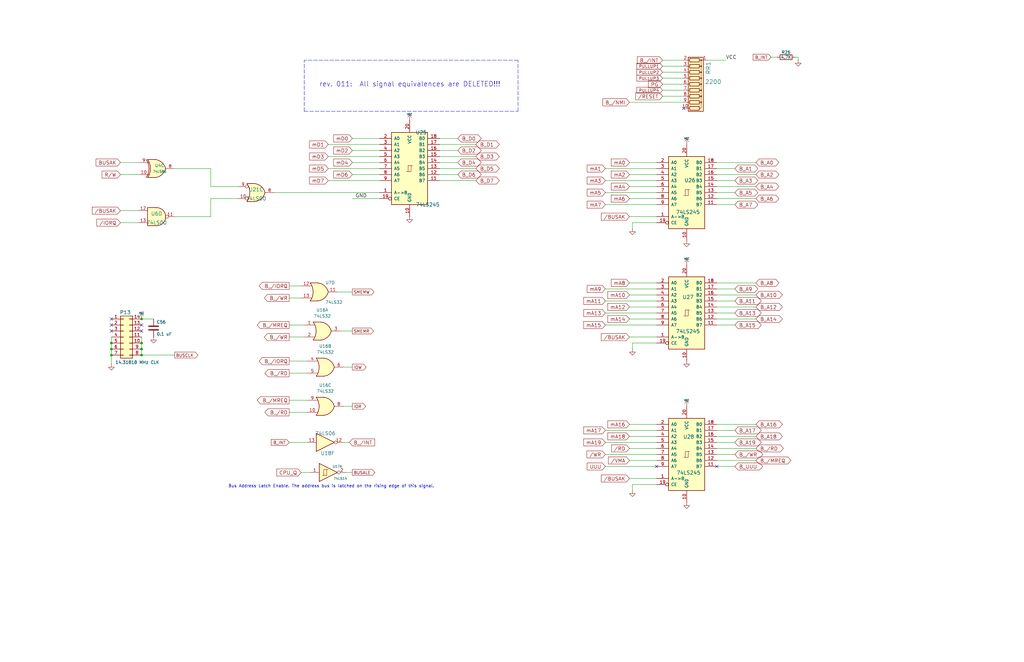
<source format=kicad_sch>
(kicad_sch (version 20231120) (generator "eeschema") (generator_version "8.0")
  (paper "B")
  (title_block (title "6809PC") (date "2025-01-21") (rev "001") (comment 1 "https://github.com/danwerner21/6809PC") (comment 2 "Based on work by Andrew Lynch and John Coffman"))
  (lib_symbols
    (symbol "74xx:74LS00" (pin_names (offset 1.016))
      (property "Reference" "U" (at 0 1.27 0))
      (property "Value" "74LS00" (at 0 -1.27 0))
      (symbol "74LS00_1_1"
        (pin input line (at -7.62 2.54 0) (length 3.81) (name "~") (number "1"))
        (pin input line (at -7.62 -2.54 0) (length 3.81) (name "~") (number "2"))
        (pin output inverted (at 7.62 0 180) (length 3.81) (name "~") (number "3"))
      )
      (symbol "74LS00_1_2"
        (pin input inverted (at -7.62 2.54 0) (length 4.318) (name "~") (number "1"))
        (pin input inverted (at -7.62 -2.54 0) (length 4.318) (name "~") (number "2"))
        (pin output line (at 7.62 0 180) (length 3.81) (name "~") (number "3"))
      )
      (symbol "74LS00_2_1"
        (pin input line (at -7.62 2.54 0) (length 3.81) (name "~") (number "4"))
        (pin input line (at -7.62 -2.54 0) (length 3.81) (name "~") (number "5"))
        (pin output inverted (at 7.62 0 180) (length 3.81) (name "~") (number "6"))
      )
      (symbol "74LS00_2_2"
        (pin input inverted (at -7.62 2.54 0) (length 4.318) (name "~") (number "4"))
        (pin input inverted (at -7.62 -2.54 0) (length 4.318) (name "~") (number "5"))
        (pin output line (at 7.62 0 180) (length 3.81) (name "~") (number "6"))
      )
      (symbol "74LS00_3_1"
        (pin input line (at -7.62 -2.54 0) (length 3.81) (name "~") (number "10"))
        (pin output inverted (at 7.62 0 180) (length 3.81) (name "~") (number "8"))
        (pin input line (at -7.62 2.54 0) (length 3.81) (name "~") (number "9"))
      )
      (symbol "74LS00_3_2"
        (pin input inverted (at -7.62 -2.54 0) (length 4.318) (name "~") (number "10"))
        (pin output line (at 7.62 0 180) (length 3.81) (name "~") (number "8"))
        (pin input inverted (at -7.62 2.54 0) (length 4.318) (name "~") (number "9"))
      )
      (symbol "74LS00_4_1"
        (pin output inverted (at 7.62 0 180) (length 3.81) (name "~") (number "11"))
        (pin input line (at -7.62 2.54 0) (length 3.81) (name "~") (number "12"))
        (pin input line (at -7.62 -2.54 0) (length 3.81) (name "~") (number "13"))
      )
      (symbol "74LS00_4_2"
        (pin output line (at 7.62 0 180) (length 3.81) (name "~") (number "11"))
        (pin input inverted (at -7.62 2.54 0) (length 4.318) (name "~") (number "12"))
        (pin input inverted (at -7.62 -2.54 0) (length 4.318) (name "~") (number "13"))
      )
      (symbol "74LS00_5_0"
        (pin power_in line (at 0 12.7 270) (length 5.08) (name "VCC") (number "14"))
        (pin power_in line (at 0 -12.7 90) (length 5.08) (name "GND") (number "7"))
      )
    )
    (symbol "74xx:74LS06" (pin_names (offset 1.016))
      (property "Reference" "U" (at 0 1.27 0))
      (property "Value" "74LS06" (at 0 -1.27 0))
      (symbol "74LS06_1_0"
        (pin input line (at -7.62 0 0) (length 3.81) (name "~") (number "1"))
        (pin open_collector inverted (at 7.62 0 180) (length 3.81) (name "~") (number "2"))
      )
      (symbol "74LS06_2_0"
        (pin input line (at -7.62 0 0) (length 3.81) (name "~") (number "3"))
        (pin open_collector inverted (at 7.62 0 180) (length 3.81) (name "~") (number "4"))
      )
      (symbol "74LS06_3_0"
        (pin input line (at -7.62 0 0) (length 3.81) (name "~") (number "5"))
        (pin open_collector inverted (at 7.62 0 180) (length 3.81) (name "~") (number "6"))
      )
      (symbol "74LS06_4_0"
        (pin open_collector inverted (at 7.62 0 180) (length 3.81) (name "~") (number "8"))
        (pin input line (at -7.62 0 0) (length 3.81) (name "~") (number "9"))
      )
      (symbol "74LS06_5_0"
        (pin open_collector inverted (at 7.62 0 180) (length 3.81) (name "~") (number "10"))
        (pin input line (at -7.62 0 0) (length 3.81) (name "~") (number "11"))
      )
      (symbol "74LS06_6_0"
        (pin open_collector inverted (at 7.62 0 180) (length 3.81) (name "~") (number "12"))
        (pin input line (at -7.62 0 0) (length 3.81) (name "~") (number "13"))
      )
      (symbol "74LS06_7_0"
        (pin power_in line (at 0 12.7 270) (length 5.08) (name "VCC") (number "14"))
        (pin power_in line (at 0 -12.7 90) (length 5.08) (name "GND") (number "7"))
      )
    )
    (symbol "74xx:74LS14" (pin_names (offset 1.016))
      (property "Reference" "U" (at 0 1.27 0))
      (property "Value" "74LS14" (at 0 -1.27 0))
      (symbol "74LS14_1_0"
        (pin input line (at -7.62 0 0) (length 3.81) (name "~") (number "1"))
        (pin output inverted (at 7.62 0 180) (length 3.81) (name "~") (number "2"))
      )
      (symbol "74LS14_2_0"
        (pin input line (at -7.62 0 0) (length 3.81) (name "~") (number "3"))
        (pin output inverted (at 7.62 0 180) (length 3.81) (name "~") (number "4"))
      )
      (symbol "74LS14_3_0"
        (pin input line (at -7.62 0 0) (length 3.81) (name "~") (number "5"))
        (pin output inverted (at 7.62 0 180) (length 3.81) (name "~") (number "6"))
      )
      (symbol "74LS14_4_0"
        (pin output inverted (at 7.62 0 180) (length 3.81) (name "~") (number "8"))
        (pin input line (at -7.62 0 0) (length 3.81) (name "~") (number "9"))
      )
      (symbol "74LS14_5_0"
        (pin output inverted (at 7.62 0 180) (length 3.81) (name "~") (number "10"))
        (pin input line (at -7.62 0 0) (length 3.81) (name "~") (number "11"))
      )
      (symbol "74LS14_6_0"
        (pin output inverted (at 7.62 0 180) (length 3.81) (name "~") (number "12"))
        (pin input line (at -7.62 0 0) (length 3.81) (name "~") (number "13"))
      )
      (symbol "74LS14_7_0"
        (pin power_in line (at 0 12.7 270) (length 5.08) (name "VCC") (number "14"))
        (pin power_in line (at 0 -12.7 90) (length 5.08) (name "GND") (number "7"))
      )
    )
    (symbol "74xx:74LS245" (pin_names (offset 1.016))
      (property "Reference" "U" (at -7.62 16.51 0))
      (property "Value" "74LS245" (at -7.62 -16.51 0))
      (symbol "74LS245_1_0"
        (pin input line (at -12.7 -10.16 0) (length 5.08) (name "A->B") (number "1"))
        (pin power_in line (at 0 -20.32 90) (length 5.08) (name "GND") (number "10"))
        (pin tri_state line (at 12.7 -5.08 180) (length 5.08) (name "B7") (number "11"))
        (pin tri_state line (at 12.7 -2.54 180) (length 5.08) (name "B6") (number "12"))
        (pin tri_state line (at 12.7 0 180) (length 5.08) (name "B5") (number "13"))
        (pin tri_state line (at 12.7 2.54 180) (length 5.08) (name "B4") (number "14"))
        (pin tri_state line (at 12.7 5.08 180) (length 5.08) (name "B3") (number "15"))
        (pin tri_state line (at 12.7 7.62 180) (length 5.08) (name "B2") (number "16"))
        (pin tri_state line (at 12.7 10.16 180) (length 5.08) (name "B1") (number "17"))
        (pin tri_state line (at 12.7 12.7 180) (length 5.08) (name "B0") (number "18"))
        (pin input inverted (at -12.7 -12.7 0) (length 5.08) (name "CE") (number "19"))
        (pin tri_state line (at -12.7 12.7 0) (length 5.08) (name "A0") (number "2"))
        (pin power_in line (at 0 20.32 270) (length 5.08) (name "VCC") (number "20"))
        (pin tri_state line (at -12.7 10.16 0) (length 5.08) (name "A1") (number "3"))
        (pin tri_state line (at -12.7 7.62 0) (length 5.08) (name "A2") (number "4"))
        (pin tri_state line (at -12.7 5.08 0) (length 5.08) (name "A3") (number "5"))
        (pin tri_state line (at -12.7 2.54 0) (length 5.08) (name "A4") (number "6"))
        (pin tri_state line (at -12.7 0 0) (length 5.08) (name "A5") (number "7"))
        (pin tri_state line (at -12.7 -2.54 0) (length 5.08) (name "A6") (number "8"))
        (pin tri_state line (at -12.7 -5.08 0) (length 5.08) (name "A7") (number "9"))
      )
    )
    (symbol "74xx:74LS32" (pin_names (offset 1.016))
      (property "Reference" "U" (at 0 1.27 0))
      (property "Value" "74LS32" (at 0 -1.27 0))
      (symbol "74LS32_1_1"
        (pin input line (at -7.62 2.54 0) (length 4.318) (name "~") (number "1"))
        (pin input line (at -7.62 -2.54 0) (length 4.318) (name "~") (number "2"))
        (pin output line (at 7.62 0 180) (length 3.81) (name "~") (number "3"))
      )
      (symbol "74LS32_1_2"
        (pin input inverted (at -7.62 2.54 0) (length 3.81) (name "~") (number "1"))
        (pin input inverted (at -7.62 -2.54 0) (length 3.81) (name "~") (number "2"))
        (pin output inverted (at 7.62 0 180) (length 3.81) (name "~") (number "3"))
      )
      (symbol "74LS32_2_1"
        (pin input line (at -7.62 2.54 0) (length 4.318) (name "~") (number "4"))
        (pin input line (at -7.62 -2.54 0) (length 4.318) (name "~") (number "5"))
        (pin output line (at 7.62 0 180) (length 3.81) (name "~") (number "6"))
      )
      (symbol "74LS32_2_2"
        (pin input inverted (at -7.62 2.54 0) (length 3.81) (name "~") (number "4"))
        (pin input inverted (at -7.62 -2.54 0) (length 3.81) (name "~") (number "5"))
        (pin output inverted (at 7.62 0 180) (length 3.81) (name "~") (number "6"))
      )
      (symbol "74LS32_3_1"
        (pin input line (at -7.62 -2.54 0) (length 4.318) (name "~") (number "10"))
        (pin output line (at 7.62 0 180) (length 3.81) (name "~") (number "8"))
        (pin input line (at -7.62 2.54 0) (length 4.318) (name "~") (number "9"))
      )
      (symbol "74LS32_3_2"
        (pin input inverted (at -7.62 -2.54 0) (length 3.81) (name "~") (number "10"))
        (pin output inverted (at 7.62 0 180) (length 3.81) (name "~") (number "8"))
        (pin input inverted (at -7.62 2.54 0) (length 3.81) (name "~") (number "9"))
      )
      (symbol "74LS32_4_1"
        (pin output line (at 7.62 0 180) (length 3.81) (name "~") (number "11"))
        (pin input line (at -7.62 2.54 0) (length 4.318) (name "~") (number "12"))
        (pin input line (at -7.62 -2.54 0) (length 4.318) (name "~") (number "13"))
      )
      (symbol "74LS32_4_2"
        (pin output inverted (at 7.62 0 180) (length 3.81) (name "~") (number "11"))
        (pin input inverted (at -7.62 2.54 0) (length 3.81) (name "~") (number "12"))
        (pin input inverted (at -7.62 -2.54 0) (length 3.81) (name "~") (number "13"))
      )
      (symbol "74LS32_5_0"
        (pin power_in line (at 0 12.7 270) (length 5.08) (name "VCC") (number "14"))
        (pin power_in line (at 0 -12.7 90) (length 5.08) (name "GND") (number "7"))
      )
    )
    (symbol "74xx:74LS86" (pin_names (offset 1.016))
      (property "Reference" "U" (at 0 1.27 0))
      (property "Value" "74LS86" (at 0 -1.27 0))
      (symbol "74LS86_1_0"
        (pin input line (at -7.62 2.54 0) (length 4.445) (name "~") (number "1"))
        (pin input line (at -7.62 -2.54 0) (length 4.445) (name "~") (number "2"))
        (pin output line (at 7.62 0 180) (length 3.81) (name "~") (number "3"))
      )
      (symbol "74LS86_2_0"
        (pin input line (at -7.62 2.54 0) (length 4.445) (name "~") (number "4"))
        (pin input line (at -7.62 -2.54 0) (length 4.445) (name "~") (number "5"))
        (pin output line (at 7.62 0 180) (length 3.81) (name "~") (number "6"))
      )
      (symbol "74LS86_3_0"
        (pin input line (at -7.62 -2.54 0) (length 4.445) (name "~") (number "10"))
        (pin output line (at 7.62 0 180) (length 3.81) (name "~") (number "8"))
        (pin input line (at -7.62 2.54 0) (length 4.445) (name "~") (number "9"))
      )
      (symbol "74LS86_4_0"
        (pin output line (at 7.62 0 180) (length 3.81) (name "~") (number "11"))
        (pin input line (at -7.62 2.54 0) (length 4.445) (name "~") (number "12"))
        (pin input line (at -7.62 -2.54 0) (length 4.445) (name "~") (number "13"))
      )
      (symbol "74LS86_5_0"
        (pin power_in line (at 0 12.7 270) (length 5.08) (name "VCC") (number "14"))
        (pin power_in line (at 0 -12.7 90) (length 5.08) (name "GND") (number "7"))
      )
    )
    (symbol "Custom:CLK"
      (property "Reference" "U" (at 0 0 0))
      (symbol "CLK_1_1"
        (pin passive line (at -6.35 -2.54 0) (length 3.81) (name "") (number "1"))
        (pin passive line (at 6.35 -12.7 180) (length 3.81) (name "") (number "10"))
        (pin passive line (at 6.35 -10.16 180) (length 3.81) (name "") (number "11"))
        (pin passive line (at 6.35 -7.62 180) (length 3.81) (name "") (number "12"))
        (pin passive line (at 6.35 -5.08 180) (length 3.81) (name "") (number "13"))
        (pin passive line (at 6.35 -2.54 180) (length 3.81) (name "") (number "14"))
        (pin passive line (at -6.35 -5.08 0) (length 3.81) (name "") (number "2"))
        (pin passive line (at -6.35 -7.62 0) (length 3.81) (name "") (number "3"))
        (pin passive line (at -6.35 -10.16 0) (length 3.81) (name "") (number "4"))
        (pin passive line (at -6.35 -12.7 0) (length 3.81) (name "") (number "5"))
        (pin passive line (at -6.35 -15.24 0) (length 3.81) (name "") (number "6"))
        (pin passive line (at -6.35 -17.78 0) (length 3.81) (name "") (number "7"))
        (pin passive line (at 6.35 -17.78 180) (length 3.81) (name "") (number "8"))
        (pin passive line (at 6.35 -15.24 180) (length 3.81) (name "") (number "9"))
      )
    )
    (symbol "Device:C" (pin_numbers hide) (pin_names (offset 0.254))
      (property "Reference" "C" (at 0.635 2.54 0))
      (property "Value" "C" (at 0.635 -2.54 0))
      (symbol "C_1_1"
        (pin passive line (at 0 3.81 270) (length 2.794) (name "~") (number "1"))
        (pin passive line (at 0 -3.81 90) (length 2.794) (name "~") (number "2"))
      )
    )
    (symbol "Device:R" (pin_numbers hide) (pin_names (offset 0))
      (property "Reference" "R" (at 2.032 0 90))
      (property "Value" "R" (at 0 0 90))
      (symbol "R_1_1"
        (pin passive line (at 0 3.81 270) (length 1.27) (name "~") (number "1"))
        (pin passive line (at 0 -3.81 90) (length 1.27) (name "~") (number "2"))
      )
    )
    (symbol "Device:R_Network09" (pin_names (offset 0) hide)
      (property "Reference" "RN" (at -12.7 0 90))
      (property "Value" "R_Network09" (at 12.7 0 90))
      (symbol "R_Network09_1_1"
        (pin passive line (at -10.16 5.08 270) (length 2.54) (name "common") (number "1"))
        (pin passive line (at 10.16 -5.08 90) (length 1.27) (name "R9") (number "10"))
        (pin passive line (at -10.16 -5.08 90) (length 1.27) (name "R1") (number "2"))
        (pin passive line (at -7.62 -5.08 90) (length 1.27) (name "R2") (number "3"))
        (pin passive line (at -5.08 -5.08 90) (length 1.27) (name "R3") (number "4"))
        (pin passive line (at -2.54 -5.08 90) (length 1.27) (name "R4") (number "5"))
        (pin passive line (at 0 -5.08 90) (length 1.27) (name "R5") (number "6"))
        (pin passive line (at 2.54 -5.08 90) (length 1.27) (name "R6") (number "7"))
        (pin passive line (at 5.08 -5.08 90) (length 1.27) (name "R7") (number "8"))
        (pin passive line (at 7.62 -5.08 90) (length 1.27) (name "R8") (number "9"))
      )
    )
    (symbol "power:GND" (power) (pin_numbers hide) (pin_names (offset 0) hide)
      (property "Value" "GND" (at 0 -3.81 0))
      (symbol "GND_1_1"
        (pin power_in line (at 0 0 270) (length 0) (name "~") (number "1"))
      )
    )
    (symbol "power:VCC" (power) (pin_numbers hide) (pin_names (offset 0) hide)
      (property "Value" "VCC" (at 0 3.556 0))
      (symbol "VCC_1_1"
        (pin power_in line (at 0 0 90) (length 0) (name "~") (number "1"))
      )
    )
  )
  (junction (at 46.99 144.78))
  (junction (at 59.69 149.86))
  (junction (at 59.69 144.78))
  (junction (at 46.99 147.32))
  (junction (at 59.69 134.62))
  (junction (at 59.69 147.32))
  (junction (at 46.99 149.86))
  (no_connect (at 46.99 134.62))
  (no_connect (at 59.69 137.16))
  (no_connect (at 302.26 196.85))
  (no_connect (at 59.69 139.7))
  (no_connect (at 46.99 137.16))
  (no_connect (at 276.86 196.85))
  (no_connect (at 288.29 45.72))
  (no_connect (at 46.99 139.7))
  (wire (pts (xy 50.8 93.98) (xy 58.42 93.98)))
  (wire (pts (xy 265.43 189.23) (xy 276.86 189.23)))
  (polyline (pts (xy 218.44 46.99) (xy 218.44 25.4)) (stroke (width 0) (type dash)))
  (wire (pts (xy 336.55 25.4) (xy 336.55 24.13)))
  (wire (pts (xy 309.88 81.28) (xy 302.26 81.28)))
  (wire (pts (xy 255.27 191.77) (xy 276.86 191.77)))
  (wire (pts (xy 302.26 73.66) (xy 318.77 73.66)))
  (wire (pts (xy 160.02 73.66) (xy 148.59 73.66)))
  (wire (pts (xy 265.43 179.07) (xy 276.86 179.07)))
  (wire (pts (xy 160.02 71.12) (xy 138.43 71.12)))
  (wire (pts (xy 121.92 120.65) (xy 127 120.65)))
  (wire (pts (xy 276.86 144.78) (xy 266.7 144.78)))
  (wire (pts (xy 302.26 191.77) (xy 309.88 191.77)))
  (wire (pts (xy 121.92 186.69) (xy 129.54 186.69)))
  (wire (pts (xy 265.43 83.82) (xy 276.86 83.82)))
  (wire (pts (xy 265.43 68.58) (xy 276.86 68.58)))
  (wire (pts (xy 255.27 127) (xy 276.86 127)))
  (wire (pts (xy 46.99 142.24) (xy 46.99 144.78)))
  (wire (pts (xy 302.26 68.58) (xy 318.77 68.58)))
  (wire (pts (xy 50.8 68.58) (xy 58.42 68.58)))
  (wire (pts (xy 318.77 83.82) (xy 302.26 83.82)))
  (wire (pts (xy 336.55 24.13) (xy 335.28 24.13)))
  (wire (pts (xy 255.27 196.85) (xy 276.86 196.85)))
  (wire (pts (xy 88.9 78.74) (xy 88.9 71.12)))
  (wire (pts (xy 144.78 154.94) (xy 148.59 154.94)))
  (wire (pts (xy 185.42 63.5) (xy 193.04 63.5)))
  (wire (pts (xy 255.27 137.16) (xy 276.86 137.16)))
  (wire (pts (xy 255.27 71.12) (xy 276.86 71.12)))
  (wire (pts (xy 302.26 181.61) (xy 309.88 181.61)))
  (wire (pts (xy 160.02 58.42) (xy 148.59 58.42)))
  (wire (pts (xy 318.77 129.54) (xy 302.26 129.54)))
  (wire (pts (xy 127 199.39) (xy 130.81 199.39)))
  (wire (pts (xy 121.92 173.99) (xy 129.54 173.99)))
  (wire (pts (xy 255.27 181.61) (xy 276.86 181.61)))
  (wire (pts (xy 266.7 204.47) (xy 276.86 204.47)))
  (wire (pts (xy 160.02 76.2) (xy 138.43 76.2)))
  (wire (pts (xy 279.4 33.02) (xy 288.29 33.02)))
  (wire (pts (xy 193.04 58.42) (xy 185.42 58.42)))
  (wire (pts (xy 302.26 127) (xy 309.88 127)))
  (wire (pts (xy 279.4 40.64) (xy 288.29 40.64)))
  (wire (pts (xy 255.27 86.36) (xy 276.86 86.36)))
  (wire (pts (xy 265.43 194.31) (xy 276.86 194.31)))
  (wire (pts (xy 147.32 186.69) (xy 144.78 186.69)))
  (wire (pts (xy 121.92 157.48) (xy 129.54 157.48)))
  (wire (pts (xy 325.12 24.13) (xy 327.66 24.13)))
  (wire (pts (xy 265.43 124.46) (xy 276.86 124.46)))
  (wire (pts (xy 279.4 38.1) (xy 288.29 38.1)))
  (wire (pts (xy 200.66 66.04) (xy 185.42 66.04)))
  (wire (pts (xy 288.29 35.56) (xy 279.4 35.56)))
  (wire (pts (xy 46.99 144.78) (xy 46.99 147.32)))
  (wire (pts (xy 279.4 25.4) (xy 288.29 25.4)))
  (wire (pts (xy 265.43 78.74) (xy 276.86 78.74)))
  (wire (pts (xy 302.26 124.46) (xy 318.77 124.46)))
  (wire (pts (xy 318.77 179.07) (xy 302.26 179.07)))
  (wire (pts (xy 265.43 134.62) (xy 276.86 134.62)))
  (wire (pts (xy 88.9 91.44) (xy 88.9 83.82)))
  (wire (pts (xy 255.27 76.2) (xy 276.86 76.2)))
  (wire (pts (xy 200.66 76.2) (xy 185.42 76.2)))
  (wire (pts (xy 255.27 186.69) (xy 276.86 186.69)))
  (wire (pts (xy 160.02 68.58) (xy 148.59 68.58)))
  (wire (pts (xy 265.43 129.54) (xy 276.86 129.54)))
  (wire (pts (xy 255.27 121.92) (xy 276.86 121.92)))
  (wire (pts (xy 193.04 73.66) (xy 185.42 73.66)))
  (wire (pts (xy 193.04 68.58) (xy 185.42 68.58)))
  (wire (pts (xy 255.27 81.28) (xy 276.86 81.28)))
  (wire (pts (xy 46.99 149.86) (xy 46.99 153.67)))
  (wire (pts (xy 309.88 76.2) (xy 302.26 76.2)))
  (wire (pts (xy 148.59 83.82) (xy 160.02 83.82)))
  (wire (pts (xy 144.78 171.45) (xy 148.59 171.45)))
  (wire (pts (xy 121.92 137.16) (xy 128.27 137.16)))
  (wire (pts (xy 121.92 168.91) (xy 129.54 168.91)))
  (polyline (pts (xy 128.27 46.99) (xy 128.27 25.4)) (stroke (width 0) (type dash)))
  (polyline (pts (xy 128.27 46.99) (xy 218.44 46.99)) (stroke (width 0) (type dash)))
  (wire (pts (xy 64.77 134.62) (xy 59.69 134.62)))
  (wire (pts (xy 88.9 83.82) (xy 100.33 83.82)))
  (wire (pts (xy 121.92 152.4) (xy 129.54 152.4)))
  (wire (pts (xy 318.77 189.23) (xy 302.26 189.23)))
  (wire (pts (xy 265.43 43.18) (xy 288.29 43.18)))
  (wire (pts (xy 73.66 91.44) (xy 88.9 91.44)))
  (wire (pts (xy 200.66 60.96) (xy 185.42 60.96)))
  (wire (pts (xy 302.26 134.62) (xy 318.77 134.62)))
  (wire (pts (xy 73.66 71.12) (xy 88.9 71.12)))
  (wire (pts (xy 318.77 119.38) (xy 302.26 119.38)))
  (wire (pts (xy 309.88 186.69) (xy 302.26 186.69)))
  (wire (pts (xy 309.88 137.16) (xy 302.26 137.16)))
  (wire (pts (xy 59.69 149.86) (xy 73.66 149.86)))
  (wire (pts (xy 160.02 60.96) (xy 138.43 60.96)))
  (wire (pts (xy 279.4 27.94) (xy 288.29 27.94)))
  (wire (pts (xy 302.26 194.31) (xy 318.77 194.31)))
  (wire (pts (xy 279.4 30.48) (xy 288.29 30.48)))
  (wire (pts (xy 265.43 73.66) (xy 276.86 73.66)))
  (wire (pts (xy 88.9 78.74) (xy 100.33 78.74)))
  (wire (pts (xy 121.92 142.24) (xy 128.27 142.24)))
  (wire (pts (xy 59.69 144.78) (xy 59.69 147.32)))
  (wire (pts (xy 50.8 73.66) (xy 58.42 73.66)))
  (wire (pts (xy 309.88 71.12) (xy 302.26 71.12)))
  (wire (pts (xy 302.26 86.36) (xy 309.88 86.36)))
  (polyline (pts (xy 218.44 25.4) (xy 128.27 25.4)) (stroke (width 0) (type dash)))
  (wire (pts (xy 318.77 78.74) (xy 302.26 78.74)))
  (wire (pts (xy 265.43 119.38) (xy 276.86 119.38)))
  (wire (pts (xy 255.27 132.08) (xy 276.86 132.08)))
  (wire (pts (xy 266.7 144.78) (xy 266.7 147.32)))
  (wire (pts (xy 266.7 207.01) (xy 266.7 204.47)))
  (wire (pts (xy 266.7 96.52) (xy 266.7 93.98)))
  (wire (pts (xy 266.7 93.98) (xy 276.86 93.98)))
  (wire (pts (xy 142.24 123.19) (xy 148.59 123.19)))
  (wire (pts (xy 309.88 121.92) (xy 302.26 121.92)))
  (wire (pts (xy 302.26 132.08) (xy 309.88 132.08)))
  (wire (pts (xy 309.88 196.85) (xy 302.26 196.85)))
  (wire (pts (xy 302.26 184.15) (xy 318.77 184.15)))
  (wire (pts (xy 276.86 142.24) (xy 265.43 142.24)))
  (wire (pts (xy 185.42 71.12) (xy 200.66 71.12)))
  (wire (pts (xy 115.57 81.28) (xy 160.02 81.28)))
  (wire (pts (xy 143.51 139.7) (xy 148.59 139.7)))
  (wire (pts (xy 306.07 25.4) (xy 298.45 25.4)))
  (wire (pts (xy 160.02 63.5) (xy 148.59 63.5)))
  (wire (pts (xy 59.69 142.24) (xy 59.69 144.78)))
  (wire (pts (xy 46.99 147.32) (xy 46.99 149.86)))
  (wire (pts (xy 121.92 125.73) (xy 127 125.73)))
  (wire (pts (xy 160.02 66.04) (xy 138.43 66.04)))
  (wire (pts (xy 265.43 184.15) (xy 276.86 184.15)))
  (wire (pts (xy 59.69 147.32) (xy 59.69 149.86)))
  (wire (pts (xy 276.86 91.44) (xy 265.43 91.44)))
  (wire (pts (xy 50.8 88.9) (xy 58.42 88.9)))
  (wire (pts (xy 276.86 201.93) (xy 265.43 201.93)))
  (wire (pts (xy 146.05 199.39) (xy 148.59 199.39)))
  (text "rev. 011:  All signal equivalences are DELETED!!!" (at 134.62 36.83 0) (effects (font (size 2.032 2.032)) (justify left bottom)))
  (text "Bus Address Latch Enable. The address bus is latched on the rising edge of this signal." (at 139.7 205.232 0) (effects (font (size 1.27 1.27))))
  (label "GND" (at 149.86 83.82 0) (effects (font (size 1.524 1.524))))
  (label "VCC" (at 306.07 25.4 0) (effects (font (size 1.524 1.524))))
  (global_label "B_/WR" (shape output) (at 121.92 125.73 180) (effects (font (size 1.524 1.524))) (property "Intersheetrefs" "${INTERSHEET_REFS}" (effects (hide yes))))
  (global_label "mA15" (shape input) (at 255.27 137.16 180) (effects (font (size 1.524 1.524))) (property "Intersheetrefs" "${INTERSHEET_REFS}" (effects (hide yes))))
  (global_label "mD6" (shape input) (at 148.59 73.66 180) (effects (font (size 1.524 1.524))) (property "Intersheetrefs" "${INTERSHEET_REFS}" (effects (hide yes))))
  (global_label "/BUSAK" (shape input) (at 265.43 142.24 180) (effects (font (size 1.524 1.524))) (property "Intersheetrefs" "${INTERSHEET_REFS}" (effects (hide yes))))
  (global_label "mA5" (shape input) (at 255.27 81.28 180) (effects (font (size 1.524 1.524))) (property "Intersheetrefs" "${INTERSHEET_REFS}" (effects (hide yes))))
  (global_label "B_A17" (shape tri_state) (at 309.88 181.61 0) (effects (font (size 1.524 1.524))) (property "Intersheetrefs" "${INTERSHEET_REFS}" (effects (hide yes))))
  (global_label "mA9" (shape input) (at 255.27 121.92 180) (effects (font (size 1.524 1.524))) (property "Intersheetrefs" "${INTERSHEET_REFS}" (effects (hide yes))))
  (global_label "B_D3" (shape bidirectional) (at 200.66 66.04 0) (effects (font (size 1.524 1.524))) (property "Intersheetrefs" "${INTERSHEET_REFS}" (effects (hide yes))))
  (global_label "/RESET" (shape input) (at 279.4 40.64 180) (effects (font (size 1.524 1.524))) (property "Intersheetrefs" "${INTERSHEET_REFS}" (effects (hide yes))))
  (global_label "B_A19" (shape tri_state) (at 309.88 186.69 0) (effects (font (size 1.524 1.524))) (property "Intersheetrefs" "${INTERSHEET_REFS}" (effects (hide yes))))
  (global_label "B_INT" (shape input) (at 121.92 186.69 180) (property "Intersheetrefs" "${INTERSHEET_REFS}" (effects (hide yes))))
  (global_label "mD0" (shape input) (at 148.59 58.42 180) (effects (font (size 1.524 1.524))) (property "Intersheetrefs" "${INTERSHEET_REFS}" (effects (hide yes))))
  (global_label "R/W" (shape input) (at 50.8 73.66 180) (effects (font (size 1.524 1.524))) (property "Intersheetrefs" "${INTERSHEET_REFS}" (effects (hide yes))))
  (global_label "/BUSAK" (shape input) (at 265.43 201.93 180) (effects (font (size 1.524 1.524))) (property "Intersheetrefs" "${INTERSHEET_REFS}" (effects (hide yes))))
  (global_label "B_D5" (shape bidirectional) (at 200.66 71.12 0) (effects (font (size 1.524 1.524))) (property "Intersheetrefs" "${INTERSHEET_REFS}" (effects (hide yes))))
  (global_label "B_A12" (shape tri_state) (at 318.77 129.54 0) (effects (font (size 1.524 1.524))) (property "Intersheetrefs" "${INTERSHEET_REFS}" (effects (hide yes))))
  (global_label "CPU_Q" (shape input) (at 127 199.39 180) (effects (font (size 1.524 1.524))) (property "Intersheetrefs" "${INTERSHEET_REFS}" (effects (hide yes))))
  (global_label "BUSAK" (shape input) (at 50.8 68.58 180) (effects (font (size 1.524 1.524))) (property "Intersheetrefs" "${INTERSHEET_REFS}" (effects (hide yes))))
  (global_label "B_/INT" (shape input) (at 279.4 25.4 180) (effects (font (size 1.524 1.524))) (property "Intersheetrefs" "${INTERSHEET_REFS}" (effects (hide yes))))
  (global_label "mA8" (shape input) (at 265.43 119.38 180) (effects (font (size 1.524 1.524))) (property "Intersheetrefs" "${INTERSHEET_REFS}" (effects (hide yes))))
  (global_label "B_A10" (shape tri_state) (at 318.77 124.46 0) (effects (font (size 1.524 1.524))) (property "Intersheetrefs" "${INTERSHEET_REFS}" (effects (hide yes))))
  (global_label "B_A1" (shape bidirectional) (at 309.88 71.12 0) (effects (font (size 1.524 1.524))) (property "Intersheetrefs" "${INTERSHEET_REFS}" (effects (hide yes))))
  (global_label "mA17" (shape input) (at 255.27 181.61 180) (effects (font (size 1.524 1.524))) (property "Intersheetrefs" "${INTERSHEET_REFS}" (effects (hide yes))))
  (global_label "B_/RD" (shape tri_state) (at 318.77 189.23 0) (effects (font (size 1.524 1.524))) (property "Intersheetrefs" "${INTERSHEET_REFS}" (effects (hide yes))))
  (global_label "mD3" (shape input) (at 138.43 66.04 180) (effects (font (size 1.524 1.524))) (property "Intersheetrefs" "${INTERSHEET_REFS}" (effects (hide yes))))
  (global_label "PULLUP4" (shape input) (at 279.4 38.1 180) (property "Intersheetrefs" "${INTERSHEET_REFS}" (effects (hide yes))))
  (global_label "B_A15" (shape tri_state) (at 309.88 137.16 0) (effects (font (size 1.524 1.524))) (property "Intersheetrefs" "${INTERSHEET_REFS}" (effects (hide yes))))
  (global_label "B_D4" (shape bidirectional) (at 193.04 68.58 0) (effects (font (size 1.524 1.524))) (property "Intersheetrefs" "${INTERSHEET_REFS}" (effects (hide yes))))
  (global_label "mA18" (shape input) (at 265.43 184.15 180) (effects (font (size 1.524 1.524))) (property "Intersheetrefs" "${INTERSHEET_REFS}" (effects (hide yes))))
  (global_label "mA11" (shape input) (at 255.27 127 180) (effects (font (size 1.524 1.524))) (property "Intersheetrefs" "${INTERSHEET_REFS}" (effects (hide yes))))
  (global_label "SMEMR" (shape output) (at 148.59 139.7 0) (property "Intersheetrefs" "${INTERSHEET_REFS}" (effects (hide yes))))
  (global_label "UUU" (shape input) (at 255.27 196.85 180) (effects (font (size 1.524 1.524))) (property "Intersheetrefs" "${INTERSHEET_REFS}" (effects (hide yes))))
  (global_label "B_INT" (shape input) (at 325.12 24.13 180) (property "Intersheetrefs" "${INTERSHEET_REFS}" (effects (hide yes))))
  (global_label "B_A8" (shape bidirectional) (at 318.77 119.38 0) (effects (font (size 1.524 1.524))) (property "Intersheetrefs" "${INTERSHEET_REFS}" (effects (hide yes))))
  (global_label "B_A4" (shape bidirectional) (at 318.77 78.74 0) (effects (font (size 1.524 1.524))) (property "Intersheetrefs" "${INTERSHEET_REFS}" (effects (hide yes))))
  (global_label "B_/WR" (shape output) (at 121.92 142.24 180) (effects (font (size 1.524 1.524))) (property "Intersheetrefs" "${INTERSHEET_REFS}" (effects (hide yes))))
  (global_label "mD5" (shape input) (at 138.43 71.12 180) (effects (font (size 1.524 1.524))) (property "Intersheetrefs" "${INTERSHEET_REFS}" (effects (hide yes))))
  (global_label "mD1" (shape input) (at 138.43 60.96 180) (effects (font (size 1.524 1.524))) (property "Intersheetrefs" "${INTERSHEET_REFS}" (effects (hide yes))))
  (global_label "mA6" (shape input) (at 265.43 83.82 180) (effects (font (size 1.524 1.524))) (property "Intersheetrefs" "${INTERSHEET_REFS}" (effects (hide yes))))
  (global_label "B_A3" (shape bidirectional) (at 309.88 76.2 0) (effects (font (size 1.524 1.524))) (property "Intersheetrefs" "${INTERSHEET_REFS}" (effects (hide yes))))
  (global_label "SMEMW" (shape output) (at 148.59 123.19 0) (property "Intersheetrefs" "${INTERSHEET_REFS}" (effects (hide yes))))
  (global_label "/IORQ" (shape input) (at 50.8 93.98 180) (effects (font (size 1.524 1.524))) (property "Intersheetrefs" "${INTERSHEET_REFS}" (effects (hide yes))))
  (global_label "B_/WR" (shape tri_state) (at 309.88 191.77 0) (effects (font (size 1.524 1.524))) (property "Intersheetrefs" "${INTERSHEET_REFS}" (effects (hide yes))))
  (global_label "B_/INT" (shape input) (at 147.32 186.69 0) (effects (font (size 1.524 1.524))) (property "Intersheetrefs" "${INTERSHEET_REFS}" (effects (hide yes))))
  (global_label "mA10" (shape input) (at 265.43 124.46 180) (effects (font (size 1.524 1.524))) (property "Intersheetrefs" "${INTERSHEET_REFS}" (effects (hide yes))))
  (global_label "B_D7" (shape bidirectional) (at 200.66 76.2 0) (effects (font (size 1.524 1.524))) (property "Intersheetrefs" "${INTERSHEET_REFS}" (effects (hide yes))))
  (global_label "BUSALE" (shape output) (at 148.59 199.39 0) (property "Intersheetrefs" "${INTERSHEET_REFS}" (effects (hide yes))))
  (global_label "B_D6" (shape bidirectional) (at 193.04 73.66 0) (effects (font (size 1.524 1.524))) (property "Intersheetrefs" "${INTERSHEET_REFS}" (effects (hide yes))))
  (global_label "mD4" (shape input) (at 148.59 68.58 180) (effects (font (size 1.524 1.524))) (property "Intersheetrefs" "${INTERSHEET_REFS}" (effects (hide yes))))
  (global_label "IOW" (shape output) (at 148.59 154.94 0) (property "Intersheetrefs" "${INTERSHEET_REFS}" (effects (hide yes))))
  (global_label "B_/MREQ" (shape tri_state) (at 318.77 194.31 0) (effects (font (size 1.524 1.524))) (property "Intersheetrefs" "${INTERSHEET_REFS}" (effects (hide yes))))
  (global_label "/WR" (shape input) (at 255.27 191.77 180) (effects (font (size 1.524 1.524))) (property "Intersheetrefs" "${INTERSHEET_REFS}" (effects (hide yes))))
  (global_label "mA4" (shape input) (at 265.43 78.74 180) (effects (font (size 1.524 1.524))) (property "Intersheetrefs" "${INTERSHEET_REFS}" (effects (hide yes))))
  (global_label "B_D1" (shape bidirectional) (at 200.66 60.96 0) (effects (font (size 1.524 1.524))) (property "Intersheetrefs" "${INTERSHEET_REFS}" (effects (hide yes))))
  (global_label "B_/IORQ" (shape output) (at 121.92 152.4 180) (effects (font (size 1.524 1.524))) (property "Intersheetrefs" "${INTERSHEET_REFS}" (effects (hide yes))))
  (global_label "mA14" (shape input) (at 265.43 134.62 180) (effects (font (size 1.524 1.524))) (property "Intersheetrefs" "${INTERSHEET_REFS}" (effects (hide yes))))
  (global_label "PULLUP3" (shape input) (at 279.4 33.02 180) (property "Intersheetrefs" "${INTERSHEET_REFS}" (effects (hide yes))))
  (global_label "B_/RD" (shape output) (at 121.92 157.48 180) (effects (font (size 1.524 1.524))) (property "Intersheetrefs" "${INTERSHEET_REFS}" (effects (hide yes))))
  (global_label "B_/NMI" (shape input) (at 265.43 43.18 180) (effects (font (size 1.524 1.524))) (property "Intersheetrefs" "${INTERSHEET_REFS}" (effects (hide yes))))
  (global_label "B_/MREQ" (shape output) (at 121.92 168.91 180) (effects (font (size 1.524 1.524))) (property "Intersheetrefs" "${INTERSHEET_REFS}" (effects (hide yes))))
  (global_label "PULLUP1" (shape input) (at 279.4 27.94 180) (property "Intersheetrefs" "${INTERSHEET_REFS}" (effects (hide yes))))
  (global_label "B_A11" (shape tri_state) (at 309.88 127 0) (effects (font (size 1.524 1.524))) (property "Intersheetrefs" "${INTERSHEET_REFS}" (effects (hide yes))))
  (global_label "B_A5" (shape bidirectional) (at 309.88 81.28 0) (effects (font (size 1.524 1.524))) (property "Intersheetrefs" "${INTERSHEET_REFS}" (effects (hide yes))))
  (global_label "mA1" (shape input) (at 255.27 71.12 180) (effects (font (size 1.524 1.524))) (property "Intersheetrefs" "${INTERSHEET_REFS}" (effects (hide yes))))
  (global_label "/BUSAK" (shape input) (at 265.43 91.44 180) (effects (font (size 1.524 1.524))) (property "Intersheetrefs" "${INTERSHEET_REFS}" (effects (hide yes))))
  (global_label "mA0" (shape input) (at 265.43 68.58 180) (effects (font (size 1.524 1.524))) (property "Intersheetrefs" "${INTERSHEET_REFS}" (effects (hide yes))))
  (global_label "B_/RD" (shape output) (at 121.92 173.99 180) (effects (font (size 1.524 1.524))) (property "Intersheetrefs" "${INTERSHEET_REFS}" (effects (hide yes))))
  (global_label "B_A9" (shape tri_state) (at 309.88 121.92 0) (effects (font (size 1.524 1.524))) (property "Intersheetrefs" "${INTERSHEET_REFS}" (effects (hide yes))))
  (global_label "B_A14" (shape tri_state) (at 318.77 134.62 0) (effects (font (size 1.524 1.524))) (property "Intersheetrefs" "${INTERSHEET_REFS}" (effects (hide yes))))
  (global_label "mD7" (shape input) (at 138.43 76.2 180) (effects (font (size 1.524 1.524))) (property "Intersheetrefs" "${INTERSHEET_REFS}" (effects (hide yes))))
  (global_label "mA2" (shape input) (at 265.43 73.66 180) (effects (font (size 1.524 1.524))) (property "Intersheetrefs" "${INTERSHEET_REFS}" (effects (hide yes))))
  (global_label "/BUSAK" (shape input) (at 50.8 88.9 180) (effects (font (size 1.524 1.524))) (property "Intersheetrefs" "${INTERSHEET_REFS}" (effects (hide yes))))
  (global_label "B_A18" (shape tri_state) (at 318.77 184.15 0) (effects (font (size 1.524 1.524))) (property "Intersheetrefs" "${INTERSHEET_REFS}" (effects (hide yes))))
  (global_label "BUSCLK" (shape output) (at 73.66 149.86 0) (property "Intersheetrefs" "${INTERSHEET_REFS}" (effects (hide yes))))
  (global_label "B_A7" (shape bidirectional) (at 309.88 86.36 0) (effects (font (size 1.524 1.524))) (property "Intersheetrefs" "${INTERSHEET_REFS}" (effects (hide yes))))
  (global_label "B_A2" (shape bidirectional) (at 318.77 73.66 0) (effects (font (size 1.524 1.524))) (property "Intersheetrefs" "${INTERSHEET_REFS}" (effects (hide yes))))
  (global_label "mA12" (shape input) (at 265.43 129.54 180) (effects (font (size 1.524 1.524))) (property "Intersheetrefs" "${INTERSHEET_REFS}" (effects (hide yes))))
  (global_label "B_A6" (shape bidirectional) (at 318.77 83.82 0) (effects (font (size 1.524 1.524))) (property "Intersheetrefs" "${INTERSHEET_REFS}" (effects (hide yes))))
  (global_label "PULLUP2" (shape input) (at 279.4 30.48 180) (property "Intersheetrefs" "${INTERSHEET_REFS}" (effects (hide yes))))
  (global_label "IOR" (shape output) (at 148.59 171.45 0) (property "Intersheetrefs" "${INTERSHEET_REFS}" (effects (hide yes))))
  (global_label "B_A0" (shape bidirectional) (at 318.77 68.58 0) (effects (font (size 1.524 1.524))) (property "Intersheetrefs" "${INTERSHEET_REFS}" (effects (hide yes))))
  (global_label "B_/IORQ" (shape output) (at 121.92 120.65 180) (effects (font (size 1.524 1.524))) (property "Intersheetrefs" "${INTERSHEET_REFS}" (effects (hide yes))))
  (global_label "B_A13" (shape tri_state) (at 309.88 132.08 0) (effects (font (size 1.524 1.524))) (property "Intersheetrefs" "${INTERSHEET_REFS}" (effects (hide yes))))
  (global_label "mD2" (shape input) (at 148.59 63.5 180) (effects (font (size 1.524 1.524))) (property "Intersheetrefs" "${INTERSHEET_REFS}" (effects (hide yes))))
  (global_label "B_/MREQ" (shape output) (at 121.92 137.16 180) (effects (font (size 1.524 1.524))) (property "Intersheetrefs" "${INTERSHEET_REFS}" (effects (hide yes))))
  (global_label "/RD" (shape input) (at 265.43 189.23 180) (effects (font (size 1.524 1.524))) (property "Intersheetrefs" "${INTERSHEET_REFS}" (effects (hide yes))))
  (global_label "B_D0" (shape bidirectional) (at 193.04 58.42 0) (effects (font (size 1.524 1.524))) (property "Intersheetrefs" "${INTERSHEET_REFS}" (effects (hide yes))))
  (global_label "B_D2" (shape bidirectional) (at 193.04 63.5 0) (effects (font (size 1.524 1.524))) (property "Intersheetrefs" "${INTERSHEET_REFS}" (effects (hide yes))))
  (global_label "mA19" (shape input) (at 255.27 186.69 180) (effects (font (size 1.524 1.524))) (property "Intersheetrefs" "${INTERSHEET_REFS}" (effects (hide yes))))
  (global_label "mA16" (shape input) (at 265.43 179.07 180) (effects (font (size 1.524 1.524))) (property "Intersheetrefs" "${INTERSHEET_REFS}" (effects (hide yes))))
  (global_label "mA7" (shape input) (at 255.27 86.36 180) (effects (font (size 1.524 1.524))) (property "Intersheetrefs" "${INTERSHEET_REFS}" (effects (hide yes))))
  (global_label "B_UUU" (shape tri_state) (at 309.88 196.85 0) (effects (font (size 1.524 1.524))) (property "Intersheetrefs" "${INTERSHEET_REFS}" (effects (hide yes))))
  (global_label "mA13" (shape input) (at 255.27 132.08 180) (effects (font (size 1.524 1.524))) (property "Intersheetrefs" "${INTERSHEET_REFS}" (effects (hide yes))))
  (global_label "mA3" (shape input) (at 255.27 76.2 180) (effects (font (size 1.524 1.524))) (property "Intersheetrefs" "${INTERSHEET_REFS}" (effects (hide yes))))
  (global_label "PG" (shape input) (at 279.4 35.56 180) (effects (font (size 1.524 1.524))) (property "Intersheetrefs" "${INTERSHEET_REFS}" (effects (hide yes))))
  (global_label "B_A16" (shape tri_state) (at 318.77 179.07 0) (effects (font (size 1.524 1.524))) (property "Intersheetrefs" "${INTERSHEET_REFS}" (effects (hide yes))))
  (global_label "/VMA" (shape input) (at 265.43 194.31 180) (effects (font (size 1.524 1.524))) (property "Intersheetrefs" "${INTERSHEET_REFS}" (effects (hide yes))))
  (symbol (lib_id "74xx:74LS245") (at 172.72 71.12 0) (unit 1)
    (property "Reference" "U25" (at 175.26 55.88 0) (effects (font (size 1.524 1.524)) (justify left)))
    (property "Value" "74LS245" (at 175.26 86.36 0) (effects (font (size 1.524 1.524)) (justify left)))
    (property "Footprint" "Custom:STD_DDW_DIP20" (effects (hide yes)))
    (property "Datasheet" "http://www.ti.com/lit/gpn/sn74LS245" (effects (hide yes)))
    (property "Description" "Octal BUS Transceivers, 3-State outputs" (effects (hide yes)))
  )
  (symbol (lib_id "Device:R_Network09") (at 293.37 35.56 270) (unit 1)
    (property "Reference" "RR1" (at 298.704 28.702 0) (effects (font (size 1.778 1.778))))
    (property "Value" "2200" (at 300.736 34.544 90) (effects (font (size 1.778 1.778))))
    (property "Footprint" "Custom:STD_DDW_SIP10" (effects (hide yes)))
    (property "Datasheet" "http://www.vishay.com/docs/31509/csc.pdf" (effects (hide yes)))
    (property "Description" "9 resistor network, star topology, bussed resistors, small symbol" (effects (hide yes)))
  )
  (symbol (lib_id "74xx:74LS86") (at 66.04 71.12 0) (unit 3)
    (property "Reference" "U4" (at 67.31 69.85 0))
    (property "Value" "74LS86" (at 67.31 72.39 0) (effects (font (size 1.016 1.016))))
    (property "Footprint" "Custom:STD_DDW_DIP14" (effects (hide yes)))
    (property "Datasheet" "74xx/74ls86.pdf" (effects (hide yes)))
    (property "Description" "Quad 2-input XOR" (effects (hide yes)))
  )
  (symbol (lib_id "74xx:74LS00") (at 107.95 81.28 0) (unit 3) (convert 2)
    (property "Reference" "U21" (at 107.95 80.01 0) (effects (font (size 1.524 1.524))))
    (property "Value" "74LS00" (at 107.95 83.82 0) (effects (font (size 1.524 1.524))))
    (property "Footprint" "Custom:STD_DDW_DIP14" (effects (hide yes)))
    (property "Datasheet" "http://www.ti.com/lit/gpn/sn74ls00" (effects (hide yes)))
    (property "Description" "quad 2-input NAND gate" (effects (hide yes)))
  )
  (symbol (lib_id "74xx:74LS00") (at 66.04 91.44 0) (unit 4)
    (property "Reference" "U6" (at 66.04 90.17 0) (effects (font (size 1.524 1.524))))
    (property "Value" "74LS00" (at 66.04 93.98 0) (effects (font (size 1.524 1.524))))
    (property "Footprint" "Custom:STD_DDW_DIP14" (effects (hide yes)))
    (property "Datasheet" "http://www.ti.com/lit/gpn/sn74ls00" (effects (hide yes)))
    (property "Description" "quad 2-input NAND gate" (effects (hide yes)))
  )
  (symbol (lib_id "74xx:74LS245") (at 289.56 81.28 0) (unit 1)
    (property "Reference" "U26" (at 288.544 76.962 0) (effects (font (size 1.524 1.524)) (justify left bottom)))
    (property "Value" "74LS245" (at 284.988 88.646 0) (effects (font (size 1.524 1.524)) (justify left top)))
    (property "Footprint" "Custom:STD_DDW_DIP20" (effects (hide yes)))
    (property "Datasheet" "http://www.ti.com/lit/gpn/sn74LS245" (effects (hide yes)))
    (property "Description" "Octal BUS Transceivers, 3-State outputs" (effects (hide yes)))
  )
  (symbol (lib_id "74xx:74LS245") (at 289.56 132.08 0) (unit 1)
    (property "Reference" "U27" (at 287.782 126.238 0) (effects (font (size 1.524 1.524)) (justify left bottom)))
    (property "Value" "74LS245" (at 284.988 138.938 0) (effects (font (size 1.524 1.524)) (justify left top)))
    (property "Footprint" "Custom:STD_DDW_DIP20" (effects (hide yes)))
    (property "Datasheet" "http://www.ti.com/lit/gpn/sn74LS245" (effects (hide yes)))
    (property "Description" "Octal BUS Transceivers, 3-State outputs" (effects (hide yes)))
  )
  (symbol (lib_id "74xx:74LS245") (at 289.56 191.77 0) (unit 1)
    (property "Reference" "U28" (at 288.036 185.166 0) (effects (font (size 1.524 1.524)) (justify left bottom)))
    (property "Value" "74LS245" (at 285.242 198.628 0) (effects (font (size 1.524 1.524)) (justify left top)))
    (property "Footprint" "Custom:STD_DDW_DIP20" (effects (hide yes)))
    (property "Datasheet" "http://www.ti.com/lit/gpn/sn74LS245" (effects (hide yes)))
    (property "Description" "Octal BUS Transceivers, 3-State outputs" (effects (hide yes)))
  )
  (symbol (lib_id "power:GND") (at 266.7 96.52 0) (unit 1)
    (property "Reference" "#PWR093" (effects (hide yes)))
    (property "Value" "GND" (effects (hide yes)))
    (property "Description" "Power symbol creates a global label with name \"GND\" , ground" (effects (hide yes)))
  )
  (symbol (lib_id "power:GND") (at 266.7 147.32 0) (unit 1)
    (property "Reference" "#PWR094" (effects (hide yes)))
    (property "Value" "GND" (effects (hide yes)))
    (property "Description" "Power symbol creates a global label with name \"GND\" , ground" (effects (hide yes)))
  )
  (symbol (lib_id "power:GND") (at 266.7 207.01 0) (unit 1)
    (property "Reference" "#PWR095" (effects (hide yes)))
    (property "Value" "GND" (effects (hide yes)))
    (property "Description" "Power symbol creates a global label with name \"GND\" , ground" (effects (hide yes)))
  )
  (symbol (lib_id "power:VCC") (at 172.72 50.8 0) (unit 1)
    (property "Reference" "#PWR091" (effects (hide yes)))
    (property "Value" "VCC" (at 172.72 48.26 0) (effects (font (size 0.762 0.762))))
    (property "Description" "Power symbol creates a global label with name \"VCC\"" (effects (hide yes)))
  )
  (symbol (lib_id "Custom:CLK") (at 53.34 132.08 0) (unit 1)
    (property "Reference" "P13" (at 52.832 131.826 0) (effects (font (size 1.524 1.524))))
    (property "Value" "14.31818 MHz CLK" (at 57.912 152.908 0))
    (property "Footprint" "Custom:STD_DDW_DIP14" (effects (hide yes)))
  )
  (symbol (lib_id "74xx:74LS32") (at 137.16 171.45 0) (unit 3)
    (property "Reference" "U16" (at 137.16 162.56 0))
    (property "Value" "74LS32" (at 137.16 165.1 0))
    (property "Footprint" "Custom:STD_DDW_DIP14" (effects (hide yes)))
    (property "Datasheet" "http://www.ti.com/lit/gpn/sn74LS32" (effects (hide yes)))
    (property "Description" "Quad 2-input OR" (effects (hide yes)))
  )
  (symbol (lib_id "power:GND") (at 46.99 153.67 0) (unit 1)
    (property "Reference" "#PWR088" (effects (hide yes)))
    (property "Value" "GND" (effects (hide yes)))
    (property "Description" "Power symbol creates a global label with name \"GND\" , ground" (effects (hide yes)))
  )
  (symbol (lib_id "74xx:74LS14") (at 138.43 199.39 0) (unit 1)
    (property "Reference" "U17" (at 142.24 196.85 0) (effects (font (size 1.016 1.016))))
    (property "Value" "74LS14" (at 143.51 201.93 0) (effects (font (size 1.016 1.016))))
    (property "Footprint" "Custom:STD_DDW_DIP14" (effects (hide yes)))
    (property "Datasheet" "http://www.ti.com/lit/gpn/sn74LS14" (effects (hide yes)))
    (property "Description" "Hex inverter schmitt trigger" (effects (hide yes)))
  )
  (symbol (lib_id "power:VCC") (at 59.69 134.62 0) (unit 1)
    (property "Reference" "#PWR089" (effects (hide yes)))
    (property "Value" "VCC" (at 59.69 132.08 0) (effects (font (size 0.762 0.762))))
    (property "Description" "Power symbol creates a global label with name \"VCC\"" (effects (hide yes)))
  )
  (symbol (lib_id "Device:R") (at 331.47 24.13 90) (unit 1)
    (property "Reference" "R26" (at 331.47 22.098 90))
    (property "Value" "4.7K" (at 331.47 24.13 90))
    (property "Footprint" "Custom:STD_DDW_RESISTOR" (effects (hide yes)))
    (property "Description" "Resistor" (effects (hide yes)))
  )
  (symbol (lib_id "power:VCC") (at 289.56 60.96 0) (unit 1)
    (property "Reference" "#PWR096" (effects (hide yes)))
    (property "Value" "VCC" (at 289.56 58.42 0) (effects (font (size 0.762 0.762))))
    (property "Description" "Power symbol creates a global label with name \"VCC\"" (effects (hide yes)))
  )
  (symbol (lib_id "74xx:74LS32") (at 137.16 154.94 0) (unit 2)
    (property "Reference" "U16" (at 137.16 146.05 0))
    (property "Value" "74LS32" (at 137.16 148.59 0))
    (property "Footprint" "Custom:STD_DDW_DIP14" (effects (hide yes)))
    (property "Datasheet" "http://www.ti.com/lit/gpn/sn74LS32" (effects (hide yes)))
    (property "Description" "Quad 2-input OR" (effects (hide yes)))
  )
  (symbol (lib_id "power:GND") (at 172.72 91.44 0) (unit 1)
    (property "Reference" "#PWR092" (effects (hide yes)))
    (property "Value" "GND" (effects (hide yes)))
    (property "Description" "Power symbol creates a global label with name \"GND\" , ground" (effects (hide yes)))
  )
  (symbol (lib_id "power:GND") (at 289.56 152.4 0) (unit 1)
    (property "Reference" "#PWR099" (effects (hide yes)))
    (property "Value" "GND" (effects (hide yes)))
    (property "Description" "Power symbol creates a global label with name \"GND\" , ground" (effects (hide yes)))
  )
  (symbol (lib_id "power:GND") (at 289.56 101.6 0) (unit 1)
    (property "Reference" "#PWR097" (effects (hide yes)))
    (property "Value" "GND" (effects (hide yes)))
    (property "Description" "Power symbol creates a global label with name \"GND\" , ground" (effects (hide yes)))
  )
  (symbol (lib_id "Device:C") (at 64.77 138.43 0) (unit 1)
    (property "Reference" "C56" (at 66.04 135.89 0) (effects (justify left)))
    (property "Value" "0.1 uF" (at 66.04 140.97 0) (effects (justify left)))
    (property "Footprint" "Custom:STD_DDW_CAP" (effects (hide yes)))
    (property "Description" "Unpolarized capacitor" (effects (hide yes)))
  )
  (symbol (lib_id "74xx:74LS32") (at 134.62 123.19 0) (unit 4)
    (property "Reference" "U7" (at 137.16 120.015 0) (effects (justify left bottom)))
    (property "Value" "74LS32" (at 137.16 128.27 0) (effects (justify left bottom)))
    (property "Footprint" "Custom:STD_DDW_DIP14" (effects (hide yes)))
    (property "Datasheet" "http://www.ti.com/lit/gpn/sn74LS32" (effects (hide yes)))
    (property "Description" "Quad 2-input OR" (effects (hide yes)))
  )
  (symbol (lib_id "74xx:74LS32") (at 135.89 139.7 0) (unit 1)
    (property "Reference" "U16" (at 135.89 130.81 0))
    (property "Value" "74LS32" (at 135.89 133.35 0))
    (property "Footprint" "Custom:STD_DDW_DIP14" (effects (hide yes)))
    (property "Datasheet" "http://www.ti.com/lit/gpn/sn74LS32" (effects (hide yes)))
    (property "Description" "Quad 2-input OR" (effects (hide yes)))
  )
  (symbol (lib_id "power:GND") (at 336.55 25.4 0) (unit 1)
    (property "Reference" "#PWR0211" (effects (hide yes)))
    (property "Value" "GND" (effects (hide yes)))
    (property "Description" "Power symbol creates a global label with name \"GND\" , ground" (effects (hide yes)))
  )
  (symbol (lib_id "74xx:74LS06") (at 137.16 186.69 0) (unit 6)
    (property "Reference" "U18" (at 138.176 191.262 0) (effects (font (size 1.524 1.524))))
    (property "Value" "74LS06" (at 137.16 182.88 0) (effects (font (size 1.524 1.524))))
    (property "Footprint" "Custom:STD_DDW_DIP14" (effects (hide yes)))
    (property "Datasheet" "http://www.ti.com/lit/gpn/sn74LS06" (effects (hide yes)))
    (property "Description" "Inverter Open Collect" (effects (hide yes)))
  )
  (symbol (lib_id "power:VCC") (at 289.56 111.76 0) (unit 1)
    (property "Reference" "#PWR098" (effects (hide yes)))
    (property "Value" "VCC" (at 289.56 109.22 0) (effects (font (size 0.762 0.762))))
    (property "Description" "Power symbol creates a global label with name \"VCC\"" (effects (hide yes)))
  )
  (symbol (lib_id "power:GND") (at 64.77 142.24 0) (unit 1)
    (property "Reference" "#PWR090" (effects (hide yes)))
    (property "Value" "GND" (effects (hide yes)))
    (property "Description" "Power symbol creates a global label with name \"GND\" , ground" (effects (hide yes)))
  )
  (symbol (lib_id "power:GND") (at 289.56 212.09 0) (unit 1)
    (property "Reference" "#PWR0101" (effects (hide yes)))
    (property "Value" "GND" (effects (hide yes)))
    (property "Description" "Power symbol creates a global label with name \"GND\" , ground" (effects (hide yes)))
  )
  (symbol (lib_id "power:VCC") (at 289.56 171.45 0) (unit 1)
    (property "Reference" "#PWR0100" (effects (hide yes)))
    (property "Value" "VCC" (at 289.56 168.91 0) (effects (font (size 0.762 0.762))))
    (property "Description" "Power symbol creates a global label with name \"VCC\"" (effects (hide yes)))
  )
)
</source>
